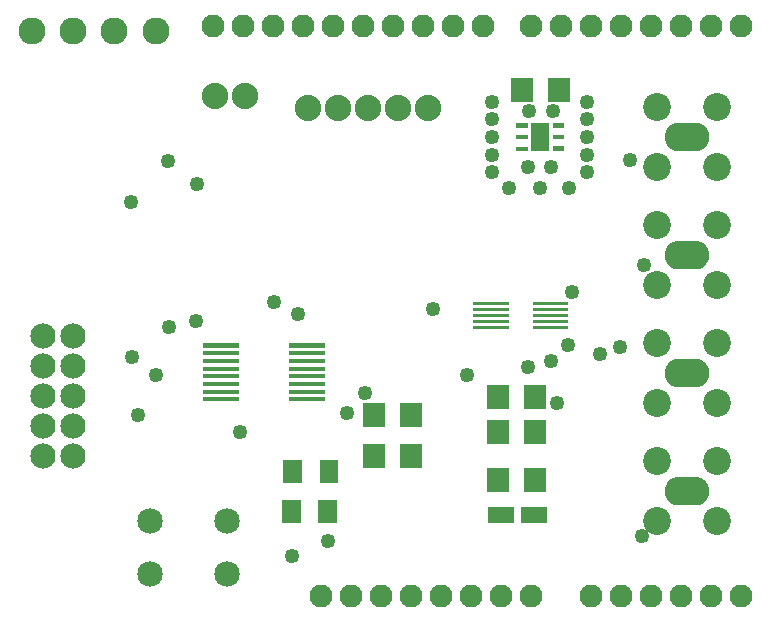
<source format=gts>
G04 MADE WITH FRITZING*
G04 WWW.FRITZING.ORG*
G04 DOUBLE SIDED*
G04 HOLES PLATED*
G04 CONTOUR ON CENTER OF CONTOUR VECTOR*
%ASAXBY*%
%FSLAX23Y23*%
%MOIN*%
%OFA0B0*%
%SFA1.0B1.0*%
%ADD10C,0.088000*%
%ADD11C,0.049370*%
%ADD12C,0.085000*%
%ADD13C,0.092677*%
%ADD14C,0.093071*%
%ADD15C,0.084000*%
%ADD16C,0.076194*%
%ADD17C,0.076222*%
%ADD18C,0.090000*%
%ADD19R,0.072992X0.084803*%
%ADD20R,0.088740X0.057244*%
%ADD21C,0.027000*%
%ADD22C,0.010000*%
%ADD23C,0.030000*%
%ADD24R,0.001000X0.001000*%
%LNMASK1*%
G90*
G70*
G54D10*
X748Y1778D03*
X848Y1778D03*
G54D11*
X1925Y947D03*
X2033Y917D03*
X2100Y939D03*
X1940Y1125D03*
X2132Y1563D03*
X2179Y1215D03*
X2173Y311D03*
X1474Y1067D03*
X1587Y847D03*
X1890Y754D03*
X1126Y293D03*
X1004Y244D03*
X551Y847D03*
X1189Y721D03*
X1024Y1049D03*
X1250Y787D03*
X831Y656D03*
X945Y1089D03*
X492Y715D03*
X471Y907D03*
X467Y1425D03*
X596Y1008D03*
X591Y1561D03*
X684Y1028D03*
X689Y1482D03*
G54D10*
X1460Y1738D03*
X1360Y1738D03*
X1260Y1738D03*
X1160Y1738D03*
X1060Y1738D03*
G54D12*
X787Y183D03*
X532Y183D03*
X787Y360D03*
X532Y360D03*
G54D13*
X2223Y559D03*
G54D14*
X2322Y460D03*
X2223Y359D03*
X2223Y559D03*
X2423Y359D03*
X2423Y559D03*
G54D13*
X2223Y559D03*
G54D14*
X2322Y460D03*
X2223Y359D03*
X2223Y559D03*
X2423Y359D03*
X2423Y559D03*
G54D13*
X2223Y952D03*
G54D14*
X2322Y853D03*
X2223Y752D03*
X2223Y952D03*
X2423Y752D03*
X2423Y952D03*
G54D13*
X2223Y952D03*
G54D14*
X2322Y853D03*
X2223Y752D03*
X2223Y952D03*
X2423Y752D03*
X2423Y952D03*
G54D13*
X2223Y1740D03*
G54D14*
X2322Y1641D03*
X2223Y1540D03*
X2223Y1740D03*
X2423Y1540D03*
X2423Y1740D03*
G54D13*
X2223Y1740D03*
G54D14*
X2322Y1641D03*
X2223Y1540D03*
X2223Y1740D03*
X2423Y1540D03*
X2423Y1740D03*
G54D15*
X176Y577D03*
X176Y677D03*
X176Y777D03*
X176Y877D03*
X176Y977D03*
X276Y577D03*
X276Y677D03*
X276Y777D03*
X276Y877D03*
X276Y977D03*
G54D16*
X2103Y111D03*
X2203Y111D03*
X2303Y111D03*
X2403Y111D03*
X2503Y111D03*
G54D17*
X1643Y2011D03*
X1543Y2011D03*
X1443Y2011D03*
X1343Y2011D03*
X1243Y2011D03*
X1143Y2011D03*
X1043Y2011D03*
X943Y2011D03*
X843Y2011D03*
X743Y2011D03*
X2503Y2011D03*
X2403Y2011D03*
X2303Y2011D03*
X2203Y2011D03*
X2103Y2011D03*
X2003Y2011D03*
X1903Y2011D03*
X1803Y2011D03*
G54D16*
X1203Y111D03*
X1103Y111D03*
X1303Y111D03*
X1403Y111D03*
X1503Y111D03*
X1603Y111D03*
X1703Y111D03*
X1803Y111D03*
X2003Y111D03*
G54D13*
X2223Y1346D03*
G54D14*
X2322Y1247D03*
X2223Y1146D03*
X2223Y1346D03*
X2423Y1146D03*
X2423Y1346D03*
G54D13*
X2223Y1346D03*
G54D14*
X2322Y1247D03*
X2223Y1146D03*
X2223Y1346D03*
X2423Y1146D03*
X2423Y1346D03*
G54D18*
X551Y1994D03*
X413Y1994D03*
X276Y1994D03*
X138Y1994D03*
G54D11*
X1792Y872D03*
X1791Y1541D03*
X1870Y892D03*
X1870Y1541D03*
X1988Y1640D03*
X1673Y1699D03*
X1673Y1758D03*
X1988Y1758D03*
X1673Y1581D03*
X1795Y1726D03*
X1673Y1640D03*
X1988Y1699D03*
X1673Y1522D03*
X1988Y1581D03*
X1988Y1522D03*
X1874Y1726D03*
X1831Y1471D03*
X1929Y1471D03*
X1728Y1471D03*
G54D19*
X1280Y715D03*
X1402Y715D03*
X1280Y577D03*
X1402Y577D03*
X1693Y498D03*
X1815Y498D03*
G54D20*
X1701Y380D03*
X1811Y380D03*
G54D19*
X1693Y774D03*
X1815Y774D03*
X1693Y656D03*
X1815Y656D03*
X1772Y1797D03*
X1894Y1797D03*
G54D21*
G36*
X247Y548D02*
X247Y605D01*
X304Y605D01*
X304Y548D01*
X247Y548D01*
G37*
D02*
G54D22*
G36*
X1807Y1011D02*
X1925Y1011D01*
X1925Y1001D01*
X1807Y1001D01*
X1807Y1011D01*
G37*
D02*
G36*
X1807Y1031D02*
X1925Y1031D01*
X1925Y1021D01*
X1807Y1021D01*
X1807Y1031D01*
G37*
D02*
G36*
X1807Y1050D02*
X1925Y1050D01*
X1925Y1040D01*
X1807Y1040D01*
X1807Y1050D01*
G37*
D02*
G36*
X1807Y1070D02*
X1925Y1070D01*
X1925Y1060D01*
X1807Y1060D01*
X1807Y1070D01*
G37*
D02*
G36*
X1807Y1090D02*
X1925Y1090D01*
X1925Y1080D01*
X1807Y1080D01*
X1807Y1090D01*
G37*
D02*
G36*
X1610Y1090D02*
X1728Y1090D01*
X1728Y1080D01*
X1610Y1080D01*
X1610Y1090D01*
G37*
D02*
G36*
X1610Y1070D02*
X1728Y1070D01*
X1728Y1060D01*
X1610Y1060D01*
X1610Y1070D01*
G37*
D02*
G36*
X1610Y1050D02*
X1728Y1050D01*
X1728Y1040D01*
X1610Y1040D01*
X1610Y1050D01*
G37*
D02*
G36*
X1610Y1031D02*
X1728Y1031D01*
X1728Y1021D01*
X1610Y1021D01*
X1610Y1031D01*
G37*
D02*
G36*
X1610Y1011D02*
X1728Y1011D01*
X1728Y1001D01*
X1610Y1001D01*
X1610Y1011D01*
G37*
D02*
G36*
X996Y773D02*
X1114Y773D01*
X1114Y759D01*
X996Y759D01*
X996Y773D01*
G37*
D02*
G36*
X996Y798D02*
X1114Y798D01*
X1114Y784D01*
X996Y784D01*
X996Y798D01*
G37*
D02*
G36*
X996Y824D02*
X1114Y824D01*
X1114Y810D01*
X996Y810D01*
X996Y824D01*
G37*
D02*
G36*
X996Y849D02*
X1114Y849D01*
X1114Y836D01*
X996Y836D01*
X996Y849D01*
G37*
D02*
G36*
X996Y875D02*
X1114Y875D01*
X1114Y861D01*
X996Y861D01*
X996Y875D01*
G37*
D02*
G36*
X996Y901D02*
X1114Y901D01*
X1114Y887D01*
X996Y887D01*
X996Y901D01*
G37*
D02*
G36*
X996Y926D02*
X1114Y926D01*
X1114Y912D01*
X996Y912D01*
X996Y926D01*
G37*
D02*
G36*
X996Y952D02*
X1114Y952D01*
X1114Y938D01*
X996Y938D01*
X996Y952D01*
G37*
D02*
G36*
X709Y952D02*
X827Y952D01*
X827Y938D01*
X709Y938D01*
X709Y952D01*
G37*
D02*
G36*
X709Y926D02*
X827Y926D01*
X827Y912D01*
X709Y912D01*
X709Y926D01*
G37*
D02*
G36*
X709Y901D02*
X827Y901D01*
X827Y887D01*
X709Y887D01*
X709Y901D01*
G37*
D02*
G36*
X709Y875D02*
X827Y875D01*
X827Y861D01*
X709Y861D01*
X709Y875D01*
G37*
D02*
G36*
X709Y849D02*
X827Y849D01*
X827Y836D01*
X709Y836D01*
X709Y849D01*
G37*
D02*
G36*
X709Y824D02*
X827Y824D01*
X827Y810D01*
X709Y810D01*
X709Y824D01*
G37*
D02*
G36*
X709Y798D02*
X827Y798D01*
X827Y784D01*
X709Y784D01*
X709Y798D01*
G37*
D02*
G36*
X709Y773D02*
X827Y773D01*
X827Y759D01*
X709Y759D01*
X709Y773D01*
G37*
D02*
G36*
X1093Y354D02*
X1093Y429D01*
X1156Y429D01*
X1156Y354D01*
X1093Y354D01*
G37*
D02*
G36*
X971Y354D02*
X971Y429D01*
X1034Y429D01*
X1034Y354D01*
X971Y354D01*
G37*
D02*
G36*
X1097Y488D02*
X1097Y563D01*
X1160Y563D01*
X1160Y488D01*
X1097Y488D01*
G37*
D02*
G36*
X974Y488D02*
X974Y563D01*
X1037Y563D01*
X1037Y488D01*
X974Y488D01*
G37*
D02*
G54D23*
G36*
X581Y1964D02*
X521Y1964D01*
X521Y2024D01*
X581Y2024D01*
X581Y1964D01*
G37*
D02*
G54D22*
G36*
X1791Y1671D02*
X1752Y1671D01*
X1752Y1687D01*
X1791Y1687D01*
X1791Y1671D01*
G37*
D02*
G36*
X1791Y1632D02*
X1752Y1632D01*
X1752Y1648D01*
X1791Y1648D01*
X1791Y1632D01*
G37*
D02*
G36*
X1791Y1593D02*
X1752Y1593D01*
X1752Y1608D01*
X1791Y1608D01*
X1791Y1593D01*
G37*
D02*
G36*
X1913Y1594D02*
X1874Y1594D01*
X1874Y1610D01*
X1913Y1610D01*
X1913Y1594D01*
G37*
D02*
G36*
X1913Y1632D02*
X1874Y1632D01*
X1874Y1648D01*
X1913Y1648D01*
X1913Y1632D01*
G37*
D02*
G36*
X1913Y1671D02*
X1874Y1671D01*
X1874Y1687D01*
X1913Y1687D01*
X1913Y1671D01*
G37*
D02*
G36*
X1862Y1593D02*
X1803Y1593D01*
X1803Y1687D01*
X1862Y1687D01*
X1862Y1593D01*
G37*
D02*
G54D24*
X2283Y1686D02*
X2360Y1686D01*
X2279Y1685D02*
X2364Y1685D01*
X2276Y1684D02*
X2367Y1684D01*
X2274Y1683D02*
X2370Y1683D01*
X2272Y1682D02*
X2372Y1682D01*
X2270Y1681D02*
X2373Y1681D01*
X2268Y1680D02*
X2375Y1680D01*
X2267Y1679D02*
X2376Y1679D01*
X2266Y1678D02*
X2378Y1678D01*
X2265Y1677D02*
X2379Y1677D01*
X2263Y1676D02*
X2380Y1676D01*
X2262Y1675D02*
X2381Y1675D01*
X2261Y1674D02*
X2382Y1674D01*
X2261Y1673D02*
X2383Y1673D01*
X2260Y1672D02*
X2384Y1672D01*
X2259Y1671D02*
X2384Y1671D01*
X2258Y1670D02*
X2385Y1670D01*
X2257Y1669D02*
X2386Y1669D01*
X2257Y1668D02*
X2387Y1668D01*
X2256Y1667D02*
X2387Y1667D01*
X2255Y1666D02*
X2388Y1666D01*
X2255Y1665D02*
X2388Y1665D01*
X2254Y1664D02*
X2389Y1664D01*
X2254Y1663D02*
X2389Y1663D01*
X2253Y1662D02*
X2390Y1662D01*
X2253Y1661D02*
X2390Y1661D01*
X2252Y1660D02*
X2319Y1660D01*
X2324Y1660D02*
X2391Y1660D01*
X2252Y1659D02*
X2315Y1659D01*
X2328Y1659D02*
X2391Y1659D01*
X2252Y1658D02*
X2313Y1658D01*
X2330Y1658D02*
X2392Y1658D01*
X2251Y1657D02*
X2312Y1657D01*
X2331Y1657D02*
X2392Y1657D01*
X2251Y1656D02*
X2311Y1656D01*
X2332Y1656D02*
X2392Y1656D01*
X2251Y1655D02*
X2310Y1655D01*
X2333Y1655D02*
X2393Y1655D01*
X2250Y1654D02*
X2309Y1654D01*
X2334Y1654D02*
X2393Y1654D01*
X2250Y1653D02*
X2309Y1653D01*
X2335Y1653D02*
X2393Y1653D01*
X2250Y1652D02*
X2308Y1652D01*
X2335Y1652D02*
X2394Y1652D01*
X2250Y1651D02*
X2307Y1651D01*
X2336Y1651D02*
X2394Y1651D01*
X2249Y1650D02*
X2307Y1650D01*
X2336Y1650D02*
X2394Y1650D01*
X2249Y1649D02*
X2307Y1649D01*
X2337Y1649D02*
X2394Y1649D01*
X2249Y1648D02*
X2306Y1648D01*
X2337Y1648D02*
X2394Y1648D01*
X2249Y1647D02*
X2306Y1647D01*
X2337Y1647D02*
X2394Y1647D01*
X2249Y1646D02*
X2306Y1646D01*
X2338Y1646D02*
X2395Y1646D01*
X2249Y1645D02*
X2306Y1645D01*
X2338Y1645D02*
X2395Y1645D01*
X2248Y1644D02*
X2305Y1644D01*
X2338Y1644D02*
X2395Y1644D01*
X2248Y1643D02*
X2305Y1643D01*
X2338Y1643D02*
X2395Y1643D01*
X2248Y1642D02*
X2305Y1642D01*
X2338Y1642D02*
X2395Y1642D01*
X2248Y1641D02*
X2305Y1641D01*
X2338Y1641D02*
X2395Y1641D01*
X2248Y1640D02*
X2305Y1640D01*
X2338Y1640D02*
X2395Y1640D01*
X2248Y1639D02*
X2305Y1639D01*
X2338Y1639D02*
X2395Y1639D01*
X2248Y1638D02*
X2305Y1638D01*
X2338Y1638D02*
X2395Y1638D01*
X2248Y1637D02*
X2305Y1637D01*
X2338Y1637D02*
X2395Y1637D01*
X2248Y1636D02*
X2305Y1636D01*
X2338Y1636D02*
X2395Y1636D01*
X2249Y1635D02*
X2306Y1635D01*
X2338Y1635D02*
X2395Y1635D01*
X2249Y1634D02*
X2306Y1634D01*
X2338Y1634D02*
X2395Y1634D01*
X2249Y1633D02*
X2306Y1633D01*
X2337Y1633D02*
X2394Y1633D01*
X2249Y1632D02*
X2306Y1632D01*
X2337Y1632D02*
X2394Y1632D01*
X2249Y1631D02*
X2307Y1631D01*
X2337Y1631D02*
X2394Y1631D01*
X2249Y1630D02*
X2307Y1630D01*
X2336Y1630D02*
X2394Y1630D01*
X2250Y1629D02*
X2307Y1629D01*
X2336Y1629D02*
X2394Y1629D01*
X2250Y1628D02*
X2308Y1628D01*
X2335Y1628D02*
X2394Y1628D01*
X2250Y1627D02*
X2308Y1627D01*
X2335Y1627D02*
X2393Y1627D01*
X2250Y1626D02*
X2309Y1626D01*
X2334Y1626D02*
X2393Y1626D01*
X2251Y1625D02*
X2310Y1625D01*
X2333Y1625D02*
X2393Y1625D01*
X2251Y1624D02*
X2311Y1624D01*
X2332Y1624D02*
X2392Y1624D01*
X2251Y1623D02*
X2312Y1623D01*
X2331Y1623D02*
X2392Y1623D01*
X2252Y1622D02*
X2313Y1622D01*
X2330Y1622D02*
X2392Y1622D01*
X2252Y1621D02*
X2315Y1621D01*
X2328Y1621D02*
X2391Y1621D01*
X2252Y1620D02*
X2318Y1620D01*
X2325Y1620D02*
X2391Y1620D01*
X2253Y1619D02*
X2390Y1619D01*
X2253Y1618D02*
X2390Y1618D01*
X2254Y1617D02*
X2389Y1617D01*
X2254Y1616D02*
X2389Y1616D01*
X2255Y1615D02*
X2388Y1615D01*
X2255Y1614D02*
X2388Y1614D01*
X2256Y1613D02*
X2387Y1613D01*
X2257Y1612D02*
X2387Y1612D01*
X2257Y1611D02*
X2386Y1611D01*
X2258Y1610D02*
X2385Y1610D01*
X2259Y1609D02*
X2384Y1609D01*
X2260Y1608D02*
X2384Y1608D01*
X2260Y1607D02*
X2383Y1607D01*
X2261Y1606D02*
X2382Y1606D01*
X2262Y1605D02*
X2381Y1605D01*
X2263Y1604D02*
X2380Y1604D01*
X2264Y1603D02*
X2379Y1603D01*
X2266Y1602D02*
X2378Y1602D01*
X2267Y1601D02*
X2376Y1601D01*
X2268Y1600D02*
X2375Y1600D01*
X2270Y1599D02*
X2373Y1599D01*
X2272Y1598D02*
X2372Y1598D01*
X2273Y1597D02*
X2370Y1597D01*
X2276Y1596D02*
X2368Y1596D01*
X2279Y1595D02*
X2365Y1595D01*
X2283Y1594D02*
X2360Y1594D01*
X2281Y1292D02*
X2362Y1292D01*
X2278Y1291D02*
X2366Y1291D01*
X2275Y1290D02*
X2368Y1290D01*
X2273Y1289D02*
X2371Y1289D01*
X2271Y1288D02*
X2372Y1288D01*
X2269Y1287D02*
X2374Y1287D01*
X2268Y1286D02*
X2375Y1286D01*
X2266Y1285D02*
X2377Y1285D01*
X2265Y1284D02*
X2378Y1284D01*
X2264Y1283D02*
X2379Y1283D01*
X2263Y1282D02*
X2380Y1282D01*
X2262Y1281D02*
X2381Y1281D01*
X2261Y1280D02*
X2382Y1280D01*
X2260Y1279D02*
X2383Y1279D01*
X2259Y1278D02*
X2384Y1278D01*
X2259Y1277D02*
X2385Y1277D01*
X2258Y1276D02*
X2385Y1276D01*
X2257Y1275D02*
X2386Y1275D01*
X2256Y1274D02*
X2387Y1274D01*
X2256Y1273D02*
X2387Y1273D01*
X2255Y1272D02*
X2388Y1272D01*
X2255Y1271D02*
X2389Y1271D01*
X2254Y1270D02*
X2389Y1270D01*
X2254Y1269D02*
X2390Y1269D01*
X2253Y1268D02*
X2390Y1268D01*
X2253Y1267D02*
X2391Y1267D01*
X2252Y1266D02*
X2317Y1266D01*
X2326Y1266D02*
X2391Y1266D01*
X2252Y1265D02*
X2314Y1265D01*
X2329Y1265D02*
X2391Y1265D01*
X2251Y1264D02*
X2313Y1264D01*
X2330Y1264D02*
X2392Y1264D01*
X2251Y1263D02*
X2312Y1263D01*
X2332Y1263D02*
X2392Y1263D01*
X2251Y1262D02*
X2311Y1262D01*
X2333Y1262D02*
X2392Y1262D01*
X2250Y1261D02*
X2310Y1261D01*
X2334Y1261D02*
X2393Y1261D01*
X2250Y1260D02*
X2309Y1260D01*
X2334Y1260D02*
X2393Y1260D01*
X2250Y1259D02*
X2308Y1259D01*
X2335Y1259D02*
X2393Y1259D01*
X2250Y1258D02*
X2308Y1258D01*
X2336Y1258D02*
X2394Y1258D01*
X2249Y1257D02*
X2307Y1257D01*
X2336Y1257D02*
X2394Y1257D01*
X2249Y1256D02*
X2307Y1256D01*
X2336Y1256D02*
X2394Y1256D01*
X2249Y1255D02*
X2306Y1255D01*
X2337Y1255D02*
X2394Y1255D01*
X2249Y1254D02*
X2306Y1254D01*
X2337Y1254D02*
X2394Y1254D01*
X2249Y1253D02*
X2306Y1253D01*
X2337Y1253D02*
X2395Y1253D01*
X2249Y1252D02*
X2306Y1252D01*
X2338Y1252D02*
X2395Y1252D01*
X2248Y1251D02*
X2305Y1251D01*
X2338Y1251D02*
X2395Y1251D01*
X2248Y1250D02*
X2305Y1250D01*
X2338Y1250D02*
X2395Y1250D01*
X2248Y1249D02*
X2305Y1249D01*
X2338Y1249D02*
X2395Y1249D01*
X2248Y1248D02*
X2305Y1248D01*
X2338Y1248D02*
X2395Y1248D01*
X2248Y1247D02*
X2305Y1247D01*
X2338Y1247D02*
X2395Y1247D01*
X2248Y1246D02*
X2305Y1246D01*
X2338Y1246D02*
X2395Y1246D01*
X2248Y1245D02*
X2305Y1245D01*
X2338Y1245D02*
X2395Y1245D01*
X2248Y1244D02*
X2305Y1244D01*
X2338Y1244D02*
X2395Y1244D01*
X2248Y1243D02*
X2305Y1243D01*
X2338Y1243D02*
X2395Y1243D01*
X2248Y1242D02*
X2305Y1242D01*
X2338Y1242D02*
X2395Y1242D01*
X2249Y1241D02*
X2306Y1241D01*
X2338Y1241D02*
X2395Y1241D01*
X2249Y1240D02*
X2306Y1240D01*
X2337Y1240D02*
X2395Y1240D01*
X2249Y1239D02*
X2306Y1239D01*
X2337Y1239D02*
X2394Y1239D01*
X2249Y1238D02*
X2306Y1238D01*
X2337Y1238D02*
X2394Y1238D01*
X2249Y1237D02*
X2307Y1237D01*
X2337Y1237D02*
X2394Y1237D01*
X2249Y1236D02*
X2307Y1236D01*
X2336Y1236D02*
X2394Y1236D01*
X2250Y1235D02*
X2308Y1235D01*
X2336Y1235D02*
X2394Y1235D01*
X2250Y1234D02*
X2308Y1234D01*
X2335Y1234D02*
X2393Y1234D01*
X2250Y1233D02*
X2309Y1233D01*
X2335Y1233D02*
X2393Y1233D01*
X2250Y1232D02*
X2309Y1232D01*
X2334Y1232D02*
X2393Y1232D01*
X2251Y1231D02*
X2310Y1231D01*
X2333Y1231D02*
X2393Y1231D01*
X2251Y1230D02*
X2311Y1230D01*
X2332Y1230D02*
X2392Y1230D01*
X2251Y1229D02*
X2312Y1229D01*
X2331Y1229D02*
X2392Y1229D01*
X2252Y1228D02*
X2314Y1228D01*
X2329Y1228D02*
X2392Y1228D01*
X2252Y1227D02*
X2316Y1227D01*
X2327Y1227D02*
X2391Y1227D01*
X2253Y1226D02*
X2391Y1226D01*
X2253Y1225D02*
X2390Y1225D01*
X2253Y1224D02*
X2390Y1224D01*
X2254Y1223D02*
X2389Y1223D01*
X2255Y1222D02*
X2389Y1222D01*
X2255Y1221D02*
X2388Y1221D01*
X2256Y1220D02*
X2388Y1220D01*
X2256Y1219D02*
X2387Y1219D01*
X2257Y1218D02*
X2386Y1218D01*
X2258Y1217D02*
X2386Y1217D01*
X2258Y1216D02*
X2385Y1216D01*
X2259Y1215D02*
X2384Y1215D01*
X2260Y1214D02*
X2383Y1214D01*
X2261Y1213D02*
X2382Y1213D01*
X2262Y1212D02*
X2381Y1212D01*
X2263Y1211D02*
X2381Y1211D01*
X2264Y1210D02*
X2379Y1210D01*
X2265Y1209D02*
X2378Y1209D01*
X2266Y1208D02*
X2377Y1208D01*
X2267Y1207D02*
X2376Y1207D01*
X2269Y1206D02*
X2374Y1206D01*
X2270Y1205D02*
X2373Y1205D01*
X2272Y1204D02*
X2371Y1204D01*
X2274Y1203D02*
X2369Y1203D01*
X2277Y1202D02*
X2367Y1202D01*
X2280Y1201D02*
X2363Y1201D01*
X2287Y899D02*
X2357Y899D01*
X2280Y898D02*
X2364Y898D01*
X2276Y897D02*
X2367Y897D01*
X2274Y896D02*
X2369Y896D01*
X2272Y895D02*
X2371Y895D01*
X2270Y894D02*
X2373Y894D01*
X2269Y893D02*
X2375Y893D01*
X2267Y892D02*
X2376Y892D01*
X2266Y891D02*
X2377Y891D01*
X2265Y890D02*
X2378Y890D01*
X2264Y889D02*
X2380Y889D01*
X2263Y888D02*
X2381Y888D01*
X2262Y887D02*
X2382Y887D01*
X2261Y886D02*
X2383Y886D01*
X2260Y885D02*
X2383Y885D01*
X2259Y884D02*
X2384Y884D01*
X2258Y883D02*
X2385Y883D01*
X2258Y882D02*
X2386Y882D01*
X2257Y881D02*
X2386Y881D01*
X2256Y880D02*
X2387Y880D01*
X2256Y879D02*
X2388Y879D01*
X2255Y878D02*
X2388Y878D01*
X2254Y877D02*
X2389Y877D01*
X2254Y876D02*
X2389Y876D01*
X2253Y875D02*
X2390Y875D01*
X2253Y874D02*
X2390Y874D01*
X2253Y873D02*
X2391Y873D01*
X2252Y872D02*
X2316Y872D01*
X2327Y872D02*
X2391Y872D01*
X2252Y871D02*
X2314Y871D01*
X2329Y871D02*
X2392Y871D01*
X2251Y870D02*
X2312Y870D01*
X2331Y870D02*
X2392Y870D01*
X2251Y869D02*
X2311Y869D01*
X2332Y869D02*
X2392Y869D01*
X2251Y868D02*
X2310Y868D01*
X2333Y868D02*
X2393Y868D01*
X2250Y867D02*
X2309Y867D01*
X2334Y867D02*
X2393Y867D01*
X2250Y866D02*
X2309Y866D01*
X2335Y866D02*
X2393Y866D01*
X2250Y865D02*
X2308Y865D01*
X2335Y865D02*
X2393Y865D01*
X2250Y864D02*
X2307Y864D01*
X2336Y864D02*
X2394Y864D01*
X2249Y863D02*
X2307Y863D01*
X2336Y863D02*
X2394Y863D01*
X2249Y862D02*
X2307Y862D01*
X2337Y862D02*
X2394Y862D01*
X2249Y861D02*
X2306Y861D01*
X2337Y861D02*
X2394Y861D01*
X2249Y860D02*
X2306Y860D01*
X2337Y860D02*
X2394Y860D01*
X2249Y859D02*
X2306Y859D01*
X2337Y859D02*
X2395Y859D01*
X2249Y858D02*
X2306Y858D01*
X2338Y858D02*
X2395Y858D01*
X2248Y857D02*
X2305Y857D01*
X2338Y857D02*
X2395Y857D01*
X2248Y856D02*
X2305Y856D01*
X2338Y856D02*
X2395Y856D01*
X2248Y855D02*
X2305Y855D01*
X2338Y855D02*
X2395Y855D01*
X2248Y854D02*
X2305Y854D01*
X2338Y854D02*
X2395Y854D01*
X2248Y853D02*
X2305Y853D01*
X2338Y853D02*
X2395Y853D01*
X2248Y852D02*
X2305Y852D01*
X2338Y852D02*
X2395Y852D01*
X2248Y851D02*
X2305Y851D01*
X2338Y851D02*
X2395Y851D01*
X2248Y850D02*
X2305Y850D01*
X2338Y850D02*
X2395Y850D01*
X2248Y849D02*
X2305Y849D01*
X2338Y849D02*
X2395Y849D01*
X2248Y848D02*
X2305Y848D01*
X2338Y848D02*
X2395Y848D01*
X2249Y847D02*
X2306Y847D01*
X2338Y847D02*
X2395Y847D01*
X2249Y846D02*
X2306Y846D01*
X2337Y846D02*
X2395Y846D01*
X2249Y845D02*
X2306Y845D01*
X2337Y845D02*
X2394Y845D01*
X2249Y844D02*
X2306Y844D01*
X2337Y844D02*
X2394Y844D01*
X2249Y843D02*
X2307Y843D01*
X2336Y843D02*
X2394Y843D01*
X2249Y842D02*
X2307Y842D01*
X2336Y842D02*
X2394Y842D01*
X2250Y841D02*
X2308Y841D01*
X2336Y841D02*
X2394Y841D01*
X2250Y840D02*
X2308Y840D01*
X2335Y840D02*
X2393Y840D01*
X2250Y839D02*
X2309Y839D01*
X2334Y839D02*
X2393Y839D01*
X2250Y838D02*
X2310Y838D01*
X2334Y838D02*
X2393Y838D01*
X2251Y837D02*
X2311Y837D01*
X2333Y837D02*
X2392Y837D01*
X2251Y836D02*
X2312Y836D01*
X2332Y836D02*
X2392Y836D01*
X2251Y835D02*
X2313Y835D01*
X2330Y835D02*
X2392Y835D01*
X2252Y834D02*
X2315Y834D01*
X2329Y834D02*
X2391Y834D01*
X2252Y833D02*
X2317Y833D01*
X2326Y833D02*
X2391Y833D01*
X2253Y832D02*
X2391Y832D01*
X2253Y831D02*
X2390Y831D01*
X2254Y830D02*
X2390Y830D01*
X2254Y829D02*
X2389Y829D01*
X2255Y828D02*
X2389Y828D01*
X2255Y827D02*
X2388Y827D01*
X2256Y826D02*
X2387Y826D01*
X2257Y825D02*
X2387Y825D01*
X2257Y824D02*
X2386Y824D01*
X2258Y823D02*
X2385Y823D01*
X2259Y822D02*
X2385Y822D01*
X2259Y821D02*
X2384Y821D01*
X2260Y820D02*
X2383Y820D01*
X2261Y819D02*
X2382Y819D01*
X2262Y818D02*
X2381Y818D01*
X2263Y817D02*
X2380Y817D01*
X2264Y816D02*
X2379Y816D01*
X2265Y815D02*
X2378Y815D01*
X2267Y814D02*
X2377Y814D01*
X2268Y813D02*
X2375Y813D01*
X2269Y812D02*
X2374Y812D01*
X2271Y811D02*
X2372Y811D01*
X2273Y810D02*
X2370Y810D01*
X2275Y809D02*
X2368Y809D01*
X2278Y808D02*
X2365Y808D01*
X2282Y807D02*
X2361Y807D01*
X2283Y505D02*
X2361Y505D01*
X2278Y504D02*
X2365Y504D01*
X2275Y503D02*
X2368Y503D01*
X2273Y502D02*
X2370Y502D01*
X2271Y501D02*
X2372Y501D01*
X2270Y500D02*
X2374Y500D01*
X2268Y499D02*
X2375Y499D01*
X2267Y498D02*
X2376Y498D01*
X2266Y497D02*
X2378Y497D01*
X2264Y496D02*
X2379Y496D01*
X2263Y495D02*
X2380Y495D01*
X2262Y494D02*
X2381Y494D01*
X2261Y493D02*
X2382Y493D01*
X2260Y492D02*
X2383Y492D01*
X2260Y491D02*
X2384Y491D01*
X2259Y490D02*
X2384Y490D01*
X2258Y489D02*
X2385Y489D01*
X2257Y488D02*
X2386Y488D01*
X2257Y487D02*
X2387Y487D01*
X2256Y486D02*
X2387Y486D01*
X2255Y485D02*
X2388Y485D01*
X2255Y484D02*
X2388Y484D01*
X2254Y483D02*
X2389Y483D01*
X2254Y482D02*
X2390Y482D01*
X2253Y481D02*
X2390Y481D01*
X2253Y480D02*
X2390Y480D01*
X2252Y479D02*
X2318Y479D01*
X2325Y479D02*
X2391Y479D01*
X2252Y478D02*
X2315Y478D01*
X2328Y478D02*
X2391Y478D01*
X2252Y477D02*
X2313Y477D01*
X2330Y477D02*
X2392Y477D01*
X2251Y476D02*
X2312Y476D01*
X2331Y476D02*
X2392Y476D01*
X2251Y475D02*
X2311Y475D01*
X2332Y475D02*
X2392Y475D01*
X2251Y474D02*
X2310Y474D01*
X2333Y474D02*
X2393Y474D01*
X2250Y473D02*
X2309Y473D01*
X2334Y473D02*
X2393Y473D01*
X2250Y472D02*
X2308Y472D01*
X2335Y472D02*
X2393Y472D01*
X2250Y471D02*
X2308Y471D01*
X2335Y471D02*
X2394Y471D01*
X2249Y470D02*
X2307Y470D01*
X2336Y470D02*
X2394Y470D01*
X2249Y469D02*
X2307Y469D01*
X2336Y469D02*
X2394Y469D01*
X2249Y468D02*
X2307Y468D01*
X2337Y468D02*
X2394Y468D01*
X2249Y467D02*
X2306Y467D01*
X2337Y467D02*
X2394Y467D01*
X2249Y466D02*
X2306Y466D01*
X2337Y466D02*
X2394Y466D01*
X2249Y465D02*
X2306Y465D01*
X2338Y465D02*
X2395Y465D01*
X2249Y464D02*
X2305Y464D01*
X2338Y464D02*
X2395Y464D01*
X2248Y463D02*
X2305Y463D01*
X2338Y463D02*
X2395Y463D01*
X2248Y462D02*
X2305Y462D01*
X2338Y462D02*
X2395Y462D01*
X2248Y461D02*
X2305Y461D01*
X2338Y461D02*
X2395Y461D01*
X2248Y460D02*
X2305Y460D01*
X2338Y460D02*
X2395Y460D01*
X2248Y459D02*
X2305Y459D01*
X2338Y459D02*
X2395Y459D01*
X2248Y458D02*
X2305Y458D01*
X2338Y458D02*
X2395Y458D01*
X2248Y457D02*
X2305Y457D01*
X2338Y457D02*
X2395Y457D01*
X2248Y456D02*
X2305Y456D01*
X2338Y456D02*
X2395Y456D01*
X2248Y455D02*
X2305Y455D01*
X2338Y455D02*
X2395Y455D01*
X2249Y454D02*
X2306Y454D01*
X2338Y454D02*
X2395Y454D01*
X2249Y453D02*
X2306Y453D01*
X2337Y453D02*
X2395Y453D01*
X2249Y452D02*
X2306Y452D01*
X2337Y452D02*
X2394Y452D01*
X2249Y451D02*
X2306Y451D01*
X2337Y451D02*
X2394Y451D01*
X2249Y450D02*
X2307Y450D01*
X2337Y450D02*
X2394Y450D01*
X2249Y449D02*
X2307Y449D01*
X2336Y449D02*
X2394Y449D01*
X2250Y448D02*
X2307Y448D01*
X2336Y448D02*
X2394Y448D01*
X2250Y447D02*
X2308Y447D01*
X2335Y447D02*
X2393Y447D01*
X2250Y446D02*
X2309Y446D01*
X2335Y446D02*
X2393Y446D01*
X2250Y445D02*
X2309Y445D01*
X2334Y445D02*
X2393Y445D01*
X2251Y444D02*
X2310Y444D01*
X2333Y444D02*
X2393Y444D01*
X2251Y443D02*
X2311Y443D01*
X2332Y443D02*
X2392Y443D01*
X2251Y442D02*
X2312Y442D01*
X2331Y442D02*
X2392Y442D01*
X2252Y441D02*
X2314Y441D01*
X2330Y441D02*
X2392Y441D01*
X2252Y440D02*
X2316Y440D01*
X2328Y440D02*
X2391Y440D01*
X2252Y439D02*
X2320Y439D01*
X2323Y439D02*
X2391Y439D01*
X2253Y438D02*
X2390Y438D01*
X2253Y437D02*
X2390Y437D01*
X2254Y436D02*
X2389Y436D01*
X2254Y435D02*
X2389Y435D01*
X2255Y434D02*
X2388Y434D01*
X2256Y433D02*
X2388Y433D01*
X2256Y432D02*
X2387Y432D01*
X2257Y431D02*
X2386Y431D01*
X2257Y430D02*
X2386Y430D01*
X2258Y429D02*
X2385Y429D01*
X2259Y428D02*
X2384Y428D01*
X2260Y427D02*
X2384Y427D01*
X2261Y426D02*
X2383Y426D01*
X2262Y425D02*
X2382Y425D01*
X2262Y424D02*
X2381Y424D01*
X2264Y423D02*
X2380Y423D01*
X2265Y422D02*
X2379Y422D01*
X2266Y421D02*
X2377Y421D01*
X2267Y420D02*
X2376Y420D01*
X2268Y419D02*
X2375Y419D01*
X2270Y418D02*
X2373Y418D01*
X2272Y417D02*
X2371Y417D01*
X2274Y416D02*
X2369Y416D01*
X2276Y415D02*
X2367Y415D01*
X2279Y414D02*
X2364Y414D01*
X2284Y413D02*
X2359Y413D01*
D02*
G04 End of Mask1*
M02*
</source>
